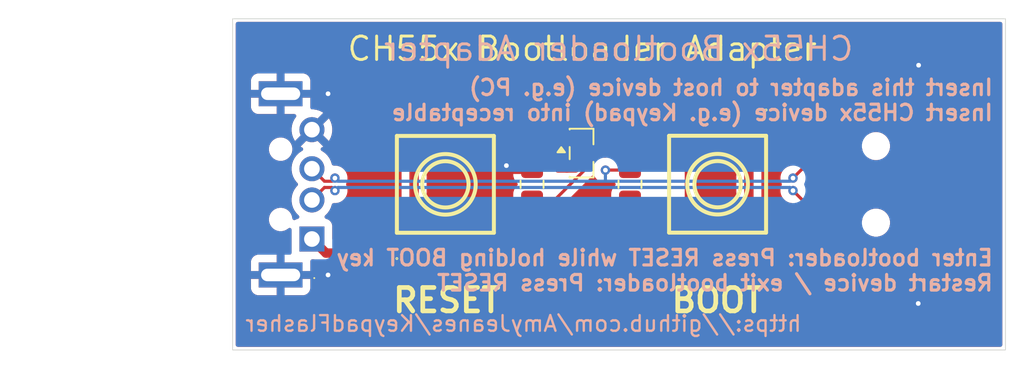
<source format=kicad_pcb>
(kicad_pcb (version 20241229) (generator "pcbnew") (generator_version "9.0")
  (title_block (title "CH55x Bootloader Adapter") (date "2026-01-18") (company "Amy Jeanes") (comment 2 "by pressing BOOT / RESET buttons on the adapter board") (comment 3 "to enter bootloader mode by shorting D+ to VCC with a 10k ohm resistor") (comment 4 "An adapter that can be plugged into CH55x microcontrollers to force them"))
  (layers (0 "F.Cu" signal) (2 "B.Cu" signal) (13 "F.Paste" user) (15 "B.Paste" user) (5 "F.SilkS" user "F.Silkscreen") (7 "B.SilkS" user "B.Silkscreen") (1 "F.Mask" user) (3 "B.Mask" user) (25 "Edge.Cuts" user))
  (net 0 "")
  (net 1 "/USB_DP")
  (net 2 "Net-(BOOT1-Pad2)")
  (net 3 "Net-(RESET_MOSFET1-G)")
  (net 4 "/VCC_OUT")
  (net 5 "/USB_DN")
  (net 6 "/VCC_IN")
  (net 7 "/GND")
  (footprint "Package_TO_SOT_SMD:SOT-23" (layer "F.Cu") (at 108.505 59.5)
    (property "Reference" "RESET_MOSFET1" (hide yes))
    (property "Value" "PWR_MOSFET")
    (fp_line (start -0.76 -1.56) (end 0.76 -1.56) (stroke (width 0.12)) (layer "F.SilkS"))
    (fp_line (start -0.76 -1.51) (end -0.76 -1.56) (stroke (width 0.12)) (layer "F.SilkS"))
    (fp_line (start -0.76 0.39) (end -0.76 -0.39) (stroke (width 0.12)) (layer "F.SilkS"))
    (fp_line (start -0.76 1.56) (end -0.76 1.51) (stroke (width 0.12)) (layer "F.SilkS"))
    (fp_line (start 0.76 -1.56) (end 0.76 -0.56) (stroke (width 0.12)) (layer "F.SilkS"))
    (fp_line (start 0.76 0.56) (end 0.76 1.56) (stroke (width 0.12)) (layer "F.SilkS"))
    (fp_line (start 0.76 1.56) (end -0.76 1.56) (stroke (width 0.12)) (layer "F.SilkS"))
    (fp_poly (pts (xy -1.3 -0.38) (xy -1.06 -0.05) (xy -1.54 -0.05)) (stroke (width 0.12)) (fill yes) (layer "F.SilkS"))
    (pad "1" smd roundrect (at -0.9375 -0.95) (size 1.475 0.6) (layers "F.Cu" "F.Mask" "F.Paste") (net 3 "Net-(RESET_MOSFET1-G)"))
    (pad "2" smd roundrect (at -0.9375 0.95) (size 1.475 0.6) (layers "F.Cu" "F.Mask" "F.Paste") (net 6 "/VCC_IN"))
    (pad "3" smd roundrect (at 0.9375 0) (size 1.475 0.6) (layers "F.Cu" "F.Mask" "F.Paste") (net 4 "/VCC_OUT"))
  )
  (footprint "Resistor_SMD:R_0805_2012Metric" (layer "F.Cu") (at 105.34 61.4975 90)
    (property "Reference" "RESET_R1" (hide yes))
    (property "Value" "100k")
    (fp_line (start -0.227064 -0.735) (end 0.227064 -0.735) (stroke (width 0.12)) (layer "F.SilkS"))
    (fp_line (start -0.227064 0.735) (end 0.227064 0.735) (stroke (width 0.12)) (layer "F.SilkS"))
    (pad "1" smd roundrect (at -0.9125 0 90) (size 1.025 1.4) (layers "F.Cu" "F.Mask" "F.Paste") (roundrect_rratio 0.243902) (net 3 "Net-(RESET_MOSFET1-G)"))
    (pad "2" smd roundrect (at 0.9125 0 90) (size 1.025 1.4) (layers "F.Cu" "F.Mask" "F.Paste") (roundrect_rratio 0.243902) (net 7 "/GND"))
  )
  (footprint "jlc:USB-A-TH_U-G-04WD-W-01" (layer "F.Cu") (at 90.26952 61.499873 -90)
    (property "Reference" "USB-A-M1" (hide yes))
    (property "Value" "USB-A MALE" (hide yes))
    (fp_circle (center 6.000457 -1.149987) (end 6.030455 -1.149987) (stroke (width 0.059995)) (fill no) (layer "F.SilkS"))
    (pad "" np_thru_hole circle (at -2.250064 1 270) (size 1 1) (drill 1) (layers "*.Cu" "*.Mask"))
    (pad "" np_thru_hole circle (at 2.250064 1 270) (size 1 1) (drill 1) (layers "*.Cu" "*.Mask"))
    (pad "1" thru_hole rect (at 3.5 -1 270) (size 1.6 1.6) (drill 1) (layers "*.Cu" "*.Mask") (net 6 "/VCC_IN"))
    (pad "2" thru_hole circle (at 1.000127 -1 270) (size 1.6 1.6) (drill 1) (layers "*.Cu" "*.Mask") (net 5 "/USB_DN"))
    (pad "3" thru_hole circle (at -0.999873 -1 270) (size 1.6 1.6) (drill 1) (layers "*.Cu" "*.Mask") (net 1 "/USB_DP"))
    (pad "4" thru_hole circle (at -3.5 -1 270) (size 1.6 1.6) (drill 1) (layers "*.Cu" "*.Mask") (net 7 "/GND"))
    (pad "5" thru_hole rect (at 5.799975 1 270) (size 1.6 2.8) (drill oval 0.8 2.5) (layers "*.Cu" "*.Mask") (net 7 "/GND"))
    (pad "6" thru_hole rect (at -5.799975 1 270) (size 1.6 2.8) (drill oval 0.8 2.5) (layers "*.Cu" "*.Mask") (net 7 "/GND"))
  )
  (footprint "Resistor_SMD:R_0805_2012Metric" (layer "F.Cu") (at 111.6 61.4975 90)
    (property "Reference" "BOOT_R1" (hide yes))
    (property "Value" "10k")
    (fp_line (start -0.227064 -0.735) (end 0.227064 -0.735) (stroke (width 0.12)) (layer "F.SilkS"))
    (fp_line (start -0.227064 0.735) (end 0.227064 0.735) (stroke (width 0.12)) (layer "F.SilkS"))
    (pad "1" smd roundrect (at -0.9125 0 90) (size 1.025 1.4) (layers "F.Cu" "F.Mask" "F.Paste") (roundrect_rratio 0.243902) (net 2 "Net-(BOOT1-Pad2)"))
    (pad "2" smd roundrect (at 0.9125 0 90) (size 1.025 1.4) (layers "F.Cu" "F.Mask" "F.Paste") (roundrect_rratio 0.243902) (net 1 "/USB_DP"))
  )
  (footprint "jlc:SW-SMD_4P-L6.2-W6.2-P4.00-LS9.5-TL" (layer "F.Cu") (at 99.8 61.5 90)
    (property "Reference" "RESET1" (hide yes))
    (property "Value" "RESET_SW")
    (fp_line (start 3.099975 -3.099975) (end 3.099975 3.099975) (stroke (width 0.254001)) (layer "F.SilkS"))
    (fp_line (start -3.099949 -3.099975) (end 3.099975 -3.099975) (stroke (width 0.254001)) (layer "F.SilkS"))
    (fp_line (start -3.099949 -3.099975) (end -3.099949 3.099975) (stroke (width 0.254001)) (layer "F.SilkS"))
    (fp_line (start -3.099949 3.099975) (end 3.099975 3.099975) (stroke (width 0.254001)) (layer "F.SilkS"))
    (fp_circle (center -4.750089 -3.099898) (end -4.720117 -3.099898) (stroke (width 0.059995)) (fill no) (layer "F.SilkS"))
    (fp_circle (center -0.000025 -0.000076) (end 1.938506 -0.000076) (stroke (width 0.254001)) (fill no) (layer "F.SilkS"))
    (fp_circle (center -0.000025 -0.000076) (end 1.481052 -0.000076) (stroke (width 0.254001)) (fill no) (layer "F.SilkS"))
    (pad "1" smd rect (at -4.400076 -2.000076 90) (size 1.8 1.3) (layers "F.Cu" "F.Mask" "F.Paste") (net 6 "/VCC_IN"))
    (pad "1" smd rect (at 4.400025 -2.000076 90) (size 1.8 1.3) (layers "F.Cu" "F.Mask" "F.Paste") (net 6 "/VCC_IN"))
    (pad "2" smd rect (at -4.400076 1.999924 90) (size 1.8 1.3) (layers "F.Cu" "F.Mask" "F.Paste") (net 3 "Net-(RESET_MOSFET1-G)"))
    (pad "2" smd rect (at 4.400025 1.999924 90) (size 1.8 1.3) (layers "F.Cu" "F.Mask" "F.Paste") (net 3 "Net-(RESET_MOSFET1-G)"))
  )
  (footprint "jlc:SW-SMD_4P-L6.2-W6.2-P4.00-LS9.5-TL" (layer "F.Cu") (at 117.199924 61.489975 -90)
    (property "Reference" "BOOT1" (hide yes))
    (property "Value" "BOOT_SW")
    (fp_line (start -3.099949 3.099975) (end 3.099975 3.099975) (stroke (width 0.254001)) (layer "F.SilkS"))
    (fp_line (start -3.099949 -3.099975) (end -3.099949 3.099975) (stroke (width 0.254001)) (layer "F.SilkS"))
    (fp_line (start -3.099949 -3.099975) (end 3.099975 -3.099975) (stroke (width 0.254001)) (layer "F.SilkS"))
    (fp_line (start 3.099975 -3.099975) (end 3.099975 3.099975) (stroke (width 0.254001)) (layer "F.SilkS"))
    (fp_circle (center -0.000025 -0.000076) (end 1.481052 -0.000076) (stroke (width 0.254001)) (fill no) (layer "F.SilkS"))
    (fp_circle (center -0.000025 -0.000076) (end 1.938506 -0.000076) (stroke (width 0.254001)) (fill no) (layer "F.SilkS"))
    (fp_circle (center -4.750089 -3.099898) (end -4.720117 -3.099898) (stroke (width 0.059995)) (fill no) (layer "F.SilkS"))
    (pad "1" smd rect (at -4.400076 -2.000076 270) (size 1.8 1.3) (layers "F.Cu" "F.Mask" "F.Paste") (net 4 "/VCC_OUT"))
    (pad "1" smd rect (at 4.400025 -2.000076 270) (size 1.8 1.3) (layers "F.Cu" "F.Mask" "F.Paste") (net 4 "/VCC_OUT"))
    (pad "2" smd rect (at -4.400076 1.999924 270) (size 1.8 1.3) (layers "F.Cu" "F.Mask" "F.Paste") (net 2 "Net-(BOOT1-Pad2)"))
    (pad "2" smd rect (at 4.400025 1.999924 270) (size 1.8 1.3) (layers "F.Cu" "F.Mask" "F.Paste") (net 2 "Net-(BOOT1-Pad2)"))
  )
  (footprint "jlc:USB-A-SMD_U-A-24SS-W-2" (layer "F.Cu") (at 128.862306 61.5 90)
    (property "Reference" "USB-A-F1" (hide yes))
    (property "Value" "USB-A FEMALE" (hide yes))
    (pad "" np_thru_hole circle (at -2.45047 -1.537694 90) (size 1.300025 1.300025) (drill 1.300025) (layers "*.Cu" "*.Mask"))
    (pad "" np_thru_hole circle (at 2.449454 -1.537694 90) (size 1.300025 1.300025) (drill 1.300025) (layers "*.Cu" "*.Mask"))
    (pad "1" smd rect (at -3.53048 -4.237719 270) (size 1.2 3) (layers "F.Cu" "F.Mask" "F.Paste") (net 4 "/VCC_OUT"))
    (pad "2" smd rect (at -1.030607 -4.237719 270) (size 1.2 3) (layers "F.Cu" "F.Mask" "F.Paste") (net 5 "/USB_DN"))
    (pad "3" smd rect (at 0.969393 -4.237719 270) (size 1.2 3) (layers "F.Cu" "F.Mask" "F.Paste") (net 1 "/USB_DP"))
    (pad "4" smd rect (at 3.46952 -4.212319 270) (size 1.2 3) (layers "F.Cu" "F.Mask" "F.Paste") (net 7 "/GND"))
    (pad "5" smd rect (at 7.624968 -1.862306 270) (size 3.5 2) (layers "F.Cu" "F.Mask" "F.Paste") (net 7 "/GND"))
    (pad "5" smd rect (at 7.624968 4.23777 270) (size 3.5 2) (layers "F.Cu" "F.Mask" "F.Paste") (net 7 "/GND"))
    (pad "6" smd rect (at -7.624968 -1.887706 270) (size 3.5 2) (layers "F.Cu" "F.Mask" "F.Paste") (net 7 "/GND"))
    (pad "6" smd rect (at -7.624968 4.21237 270) (size 3.5 2) (layers "F.Cu" "F.Mask" "F.Paste") (net 7 "/GND"))
  )
  (gr_rect (start 86.2 50.9) (end 135.6 72.1) (stroke (width 0.05)) (fill no) (layer "Edge.Cuts"))
  (gr_text "BOOT" (at 114.1 69.8 0) (layer "F.SilkS") (effects (font (size 1.5 1.5) (thickness 0.3) (bold yes)) (justify left bottom)))
  (gr_text "RESET" (at 96.3 69.8 0) (layer "F.SilkS") (effects (font (size 1.5 1.5) (thickness 0.3) (bold yes)) (justify left bottom)))
  (gr_text "CH55x Bootloader Adapter" (at 93.425 53.7 0) (layer "F.SilkS") (effects (font (size 1.5 1.5) (thickness 0.1875)) (justify left bottom)))
  (gr_text "Enter bootloader: Press RESET while holding BOOT key\nRestart device / exit bootloader: Press RESET" (at 134.9 68.4 0) (layer "B.SilkS") (effects (font (size 1 1) (thickness 0.2) (bold yes)) (justify left bottom mirror)))
  (gr_text "Insert this adapter to host device (e.g. PC)\nInsert CH55x device (e.g. Keypad) into receptable" (at 134.9 57.5 0) (layer "B.SilkS") (effects (font (size 1 1) (thickness 0.2) (bold yes)) (justify left bottom mirror)))
  (gr_text "https://github.com/AmyJeanes/KeypadFlasher" (at 122.65 71 0) (layer "B.SilkS") (effects (font (size 1 1)) (justify left bottom mirror)))
  (gr_text "CH55x Bootloader Adapter" (at 126 53.7 0) (layer "B.SilkS") (effects (font (size 1.5 1.5) (thickness 0.1875)) (justify left bottom mirror)))
  (segment (start 91.26952 60.5) (end 92.06952 61.3) (width 0.2) (layer "F.Cu") (net 1))
  (segment (start 122.02 61.1) (end 122.589393 60.530607) (width 0.2) (layer "F.Cu") (net 1))
  (segment (start 92.54 61.3) (end 92.74 61.1) (width 0.2) (layer "F.Cu") (net 1))
  (segment (start 111.6 60.585) (end 110.035 60.585) (width 0.2) (layer "F.Cu") (net 1))
  (segment (start 111.6 60.3825) (end 111.6 60.57) (width 0.2) (layer "F.Cu") (net 1))
  (segment (start 122.589393 60.530607) (end 124.624587 60.530607) (width 0.2) (layer "F.Cu") (net 1))
  (segment (start 92.06952 61.3) (end 92.54 61.3) (width 0.2) (layer "F.Cu") (net 1))
  (segment (start 110.035 60.585) (end 110.03 60.59) (width 0.2) (layer "F.Cu") (net 1))
  (segment (start 124.624587 60.530607) (end 124.625194 60.53) (width 0.15) (layer "F.Cu") (net 1))
  (via (at 92.74 61.1) (size 0.6) (drill 0.3) (layers "F.Cu" "B.Cu") (net 1))
  (via (at 122.02 61.1) (size 0.6) (drill 0.3) (layers "F.Cu" "B.Cu") (net 1))
  (via (at 110.03 60.59) (size 0.6) (drill 0.3) (layers "F.Cu" "B.Cu") (net 1))
  (segment (start 121.82 61.3) (end 122.02 61.1) (width 0.2) (layer "B.Cu") (net 1))
  (segment (start 110.03 60.59) (end 110.03 61.3) (width 0.2) (layer "B.Cu") (net 1))
  (segment (start 108.95 61.3) (end 121.82 61.3) (width 0.2) (layer "B.Cu") (net 1))
  (segment (start 92.94 61.3) (end 108.95 61.3) (width 0.2) (layer "B.Cu") (net 1))
  (segment (start 92.74 61.1) (end 92.94 61.3) (width 0.2) (layer "B.Cu") (net 1))
  (segment (start 111.72 62.41) (end 115.2 65.89) (width 0.2) (layer "F.Cu") (net 2))
  (segment (start 111.6 62.41) (end 111.72 62.41) (width 0.2) (layer "F.Cu") (net 2))
  (segment (start 115.2 65.89) (end 115.2 57.089899) (width 0.2) (layer "F.Cu") (net 2))
  (segment (start 105.34 62.41) (end 105.29 62.41) (width 0.2) (layer "F.Cu") (net 3))
  (segment (start 101.799924 57.099975) (end 106.117475 57.099975) (width 0.2) (layer "F.Cu") (net 3))
  (segment (start 105.29 62.41) (end 101.799924 65.900076) (width 0.2) (layer "F.Cu") (net 3))
  (segment (start 106.117475 57.099975) (end 107.5675 58.55) (width 0.2) (layer "F.Cu") (net 3))
  (segment (start 107.5675 59.0075) (end 108.61 60.05) (width 0.2) (layer "F.Cu") (net 3))
  (segment (start 108.61 60.67383) (end 108.61 60.05) (width 0.2) (layer "F.Cu") (net 3))
  (segment (start 105.34 62.41) (end 106.87383 62.41) (width 0.2) (layer "F.Cu") (net 3))
  (segment (start 107.5675 58.55) (end 107.5675 59.0075) (width 0.2) (layer "F.Cu") (net 3))
  (segment (start 106.87383 62.41) (end 108.61 60.67383) (width 0.2) (layer "F.Cu") (net 3))
  (segment (start 109.6 59.5) (end 113.8 55.3) (width 0.6) (layer "F.Cu") (net 4))
  (segment (start 123.765067 65.89) (end 124.624587 65.03048) (width 0.6) (layer "F.Cu") (net 4))
  (segment (start 109.4425 59.5) (end 109.445 59.4975) (width 0.6) (layer "F.Cu") (net 4))
  (segment (start 109.4425 59.5) (end 109.6 59.5) (width 0.6) (layer "F.Cu") (net 4))
  (segment (start 117.410101 55.3) (end 119.2 57.089899) (width 0.6) (layer "F.Cu") (net 4))
  (segment (start 119.2 65.89) (end 123.765067 65.89) (width 0.6) (layer "F.Cu") (net 4))
  (segment (start 113.8 55.3) (end 117.410101 55.3) (width 0.6) (layer "F.Cu") (net 4))
  (segment (start 119.2 57.089899) (end 119.2 65.89) (width 0.6) (layer "F.Cu") (net 4))
  (segment (start 92.54 61.7) (end 92.74 61.9) (width 0.2) (layer "F.Cu") (net 5))
  (segment (start 122.650607 62.530607) (end 124.624587 62.530607) (width 0.2) (layer "F.Cu") (net 5))
  (segment (start 91.26952 62.5) (end 92.06952 61.7) (width 0.2) (layer "F.Cu") (net 5))
  (segment (start 92.06952 61.7) (end 92.54 61.7) (width 0.2) (layer "F.Cu") (net 5))
  (segment (start 122.02 61.9) (end 122.650607 62.530607) (width 0.2) (layer "F.Cu") (net 5))
  (via (at 92.74 61.9) (size 0.6) (drill 0.3) (layers "F.Cu" "B.Cu") (net 5))
  (via (at 122.02 61.9) (size 0.6) (drill 0.3) (layers "F.Cu" "B.Cu") (net 5))
  (segment (start 92.74 61.9) (end 92.94 61.7) (width 0.2) (layer "B.Cu") (net 5))
  (segment (start 121.82 61.7) (end 122.02 61.9) (width 0.2) (layer "B.Cu") (net 5))
  (segment (start 92.94 61.7) (end 121.82 61.7) (width 0.2) (layer "B.Cu") (net 5))
  (segment (start 97.799924 57.099975) (end 100.179949 59.48) (width 0.6) (layer "F.Cu") (net 6))
  (segment (start 92.169723 65.900076) (end 97.799924 65.900076) (width 0.6) (layer "F.Cu") (net 6))
  (segment (start 107.5675 60.45) (end 106.5975 59.48) (width 0.6) (layer "F.Cu") (net 6))
  (segment (start 100.179949 59.48) (end 106.5975 59.48) (width 0.6) (layer "F.Cu") (net 6))
  (segment (start 91.26952 64.999873) (end 92.169723 65.900076) (width 0.6) (layer "F.Cu") (net 6))
  (segment (start 97.799924 65.900076) (end 97.799924 57.099975) (width 0.6) (layer "F.Cu") (net 6))
  (segment (start 124.424968 53.875032) (end 124.4 53.9) (width 0.2) (layer "F.Cu") (net 7))
  (segment (start 89.26952 55.699898) (end 92.299898 55.699898) (width 0.2) (layer "F.Cu") (net 7))
  (segment (start 105.34 60.585) (end 103.985 60.585) (width 0.2) (layer "F.Cu") (net 7))
  (segment (start 92.299848 67.299848) (end 92.3 67.3) (width 0.2) (layer "F.Cu") (net 7))
  (segment (start 92.299898 55.699898) (end 92.3 55.7) (width 0.2) (layer "F.Cu") (net 7))
  (segment (start 127 53.875032) (end 133.100076 53.875032) (width 0.2) (layer "F.Cu") (net 7))
  (segment (start 89.26952 67.299848) (end 92.299848 67.299848) (width 0.2) (layer "F.Cu") (net 7))
  (segment (start 103.985 60.585) (end 103.7 60.3) (width 0.2) (layer "F.Cu") (net 7))
  (segment (start 126.9746 69.124968) (end 133.074676 69.124968) (width 0.2) (layer "F.Cu") (net 7))
  (via (at 130.025 69.124968) (size 0.6) (drill 0.3) (layers "F.Cu" "B.Cu") (net 7))
  (via (at 103.7 60.3) (size 0.6) (drill 0.3) (layers "F.Cu" "B.Cu") (net 7))
  (via (at 92.3 67.3) (size 0.6) (drill 0.3) (layers "F.Cu" "B.Cu") (net 7))
  (via (at 92.3 55.7) (size 0.6) (drill 0.3) (layers "F.Cu" "B.Cu") (net 7))
  (via (at 130.05 53.875032) (size 0.6) (drill 0.3) (layers "F.Cu" "B.Cu") (net 7))
  (zone (net 7) (net_name "/GND") (layers "F.Cu" "B.Cu") (name "GND") (connect_pads (clearance 0.5)) (min_thickness 0.25) (fill yes (thermal_gap 0.5) (thermal_bridge_width 0.5))
    (polygon (pts (xy 84.8 49.7) (xy 136.8 49.7) (xy 136.7 73.5) (xy 84.8 73.5)))
  )
)
</source>
